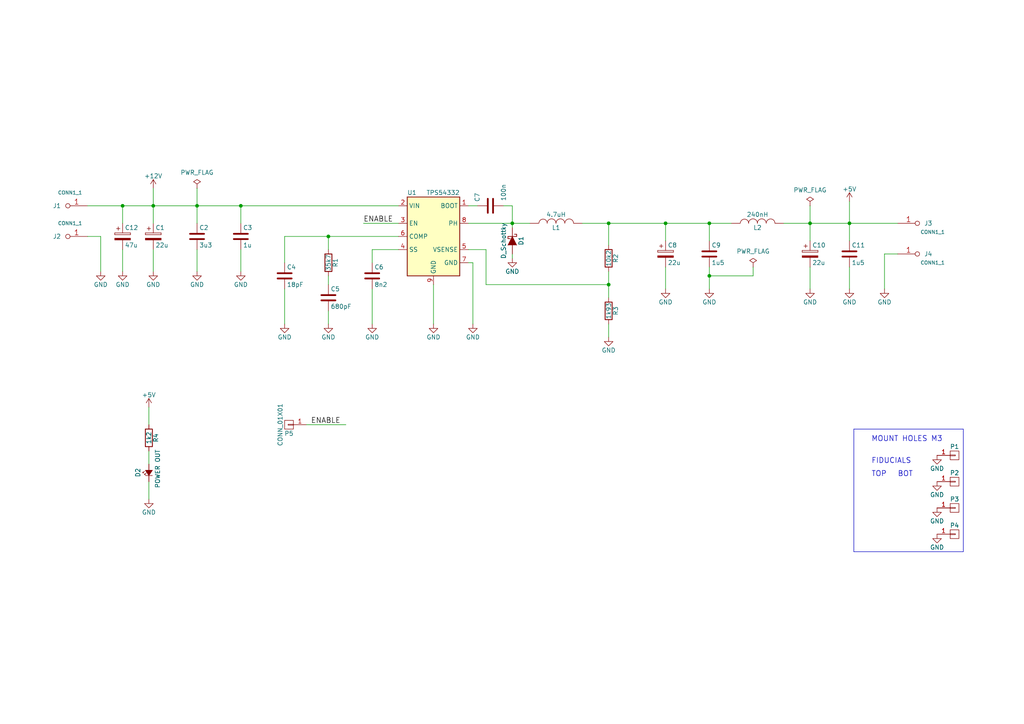
<source format=kicad_sch>
(kicad_sch (version 20200618) (host eeschema "5.99.0-unknown-b48a627~101~ubuntu18.04.1")
  (page 1 1)
  (paper "A4")
  (lib_symbols
    (symbol "STEPDOWN2A-rescue:C" (pin_numbers hide) (pin_names (offset 0.254))
      (property "Reference" "C" (at 0.635 2.54 0))
      (property "Value" "C" (at 0.635 -2.54 0))
      (symbol "C_0_1"
        (polyline (pts (xy -2.032 -0.762) (xy 2.032 -0.762)) (stroke (width 0.508)))
        (polyline (pts (xy -2.032 0.762) (xy 2.032 0.762)) (stroke (width 0.508)))
      )
      (symbol "C_1_1"
        (pin passive line (at 0 3.81 270) (length 2.794) (name "~") (number "1"))
        (pin passive line (at 0 -3.81 90) (length 2.794) (name "~") (number "2"))
      )
    )
    (symbol "STEPDOWN2A-rescue:CONN1_1" (pin_names hide)
      (property "Reference" "J" (at 1.27 1.27 0))
      (property "Value" "CONN1_1" (at 2.54 -1.27 0))
      (symbol "CONN1_1_1_1"
        (pin passive inverted (at -7.62 1.27 0) (length 6.35) (name "P1") (number "1"))
      )
    )
    (symbol "STEPDOWN2A-rescue:CONN_01X01" (pin_names hide)
      (property "Reference" "P" (at 0 2.54 0))
      (property "Value" "CONN_01X01" (at 2.54 0 90))
      (symbol "CONN_01X01_0_1"
        (rectangle (start -1.27 0.127) (end 0.254 -0.127))
        (rectangle (start -1.27 1.27) (end 1.27 -1.27))
      )
      (symbol "CONN_01X01_1_1"
        (pin passive line (at -5.08 0 0) (length 3.81) (name "P1") (number "1"))
      )
    )
    (symbol "STEPDOWN2A-rescue:CP" (pin_numbers hide) (pin_names (offset 0.254))
      (property "Reference" "C" (at 0.635 2.54 0))
      (property "Value" "CP" (at 0.635 -2.54 0))
      (symbol "CP_0_1"
        (rectangle (start -2.286 0.508) (end -2.286 1.016))
        (rectangle (start -2.286 0.508) (end 2.286 0.508))
        (rectangle (start 2.286 1.016) (end -2.286 1.016))
        (rectangle (start 2.286 1.016) (end 2.286 0.508))
        (rectangle (start 2.286 -0.508) (end -2.286 -1.016) (fill (type outline)))
        (polyline (pts (xy -1.778 2.286) (xy -0.762 2.286)))
        (polyline (pts (xy -1.27 2.794) (xy -1.27 1.778)))
      )
      (symbol "CP_1_1"
        (pin passive line (at 0 3.81 270) (length 2.794) (name "~") (number "1"))
        (pin passive line (at 0 -3.81 90) (length 2.794) (name "~") (number "2"))
      )
    )
    (symbol "STEPDOWN2A-rescue:D_Schottky" (pin_numbers hide) (pin_names hide)
      (property "Reference" "D" (at 0 2.54 0))
      (property "Value" "D_Schottky" (at 0 -2.54 0))
      (symbol "D_Schottky_0_1"
        (polyline (pts (xy -1.905 0.635) (xy -1.905 1.27) (xy -1.27 1.27) (xy -1.27 -1.27) (xy -0.635 -1.27) (xy -0.635 -0.635)) (stroke (width 0.2032)))
        (polyline (pts (xy 1.27 1.27) (xy -1.27 0) (xy 1.27 -1.27)) (fill (type outline)))
      )
      (symbol "D_Schottky_1_1"
        (pin passive line (at -3.81 0 0) (length 2.54) (name "K") (number "1"))
        (pin passive line (at 3.81 0 180) (length 2.54) (name "A") (number "2"))
      )
    )
    (symbol "STEPDOWN2A-rescue:INDUCTOR" (pin_numbers hide) (pin_names hide)
      (property "Reference" "L" (at -1.27 0 90))
      (property "Value" "INDUCTOR" (at 2.54 0 90))
      (symbol "INDUCTOR_0_1"
        (arc (start 0.0254 -5.0546) (end 0.0254 -2.54) (radius (at 0 -3.81) (length 1.27) (angles -88.9 88.9)))
        (arc (start 0.0254 -2.5146) (end 0.0254 0.0508) (radius (at 0 -1.2446) (length 1.2954) (angles -88.9 88.9)))
        (arc (start 0.0254 0.0254) (end 0.0254 2.5908) (radius (at 0 1.2954) (length 1.2954) (angles -88.9 88.9)))
        (arc (start 0.0254 2.5654) (end 0.0254 4.9784) (radius (at 0 3.7592) (length 1.2192) (angles -88.9 88.9)))
      )
      (symbol "INDUCTOR_1_1"
        (pin passive line (at 0 7.62 270) (length 2.54) (name "1") (number "1"))
        (pin passive line (at 0 -7.62 90) (length 2.54) (name "2") (number "2"))
      )
    )
    (symbol "STEPDOWN2A-rescue:Led_Small" (pin_numbers hide) (pin_names (offset 0.254) hide)
      (property "Reference" "D" (at -1.27 3.175 0))
      (property "Value" "Led_Small" (at -4.445 -2.54 0))
      (symbol "Led_Small_0_1"
        (polyline (pts (xy -0.762 -1.016) (xy -0.762 1.016)))
        (polyline (pts (xy 0 0.762) (xy -0.508 1.27) (xy -0.254 1.27) (xy -0.508 1.27) (xy -0.508 1.016)))
        (polyline (pts (xy 0.508 1.27) (xy 0 1.778) (xy 0.254 1.778) (xy 0 1.778) (xy 0 1.524)))
        (polyline (pts (xy 0.762 -1.016) (xy -0.762 0) (xy 0.762 1.016) (xy 0.762 -1.016)) (fill (type outline)))
      )
      (symbol "Led_Small_1_1"
        (pin passive line (at -2.54 0 0) (length 1.778) (name "K") (number "1"))
        (pin passive line (at 2.54 0 180) (length 1.778) (name "A") (number "2"))
      )
    )
    (symbol "STEPDOWN2A-rescue:R" (pin_numbers hide) (pin_names (offset 0))
      (property "Reference" "R" (at 2.032 0 90))
      (property "Value" "R" (at 0 0 90))
      (symbol "R_0_1"
        (rectangle (start -1.016 -2.54) (end 1.016 2.54) (stroke (width 0.254)))
      )
      (symbol "R_1_1"
        (pin passive line (at 0 3.81 270) (length 1.27) (name "~") (number "1"))
        (pin passive line (at 0 -3.81 90) (length 1.27) (name "~") (number "2"))
      )
    )
    (symbol "STEPDOWN2A-rescue:TPS54332"
      (property "Reference" "U" (at -7.62 11.43 0))
      (property "Value" "TPS54332" (at 7.62 11.43 0))
      (symbol "TPS54332_0_1"
        (rectangle (start -7.62 10.16) (end 7.62 -12.7) (stroke (width 0.254)) (fill (type background)))
      )
      (symbol "TPS54332_1_1"
        (pin power_out line (at 10.16 7.62 180) (length 2.54) (name "BOOT") (number "1"))
        (pin power_in line (at -10.16 7.62 0) (length 2.54) (name "VIN") (number "2"))
        (pin input line (at -10.16 2.54 0) (length 2.54) (name "EN") (number "3"))
        (pin input line (at -10.16 -5.08 0) (length 2.54) (name "SS") (number "4"))
        (pin input line (at 10.16 -5.08 180) (length 2.54) (name "VSENSE") (number "5"))
        (pin input line (at -10.16 -1.27 0) (length 2.54) (name "COMP") (number "6"))
        (pin power_in line (at 10.16 -8.89 180) (length 2.54) (name "GND") (number "7"))
        (pin input line (at 10.16 2.54 180) (length 2.54) (name "PH") (number "8"))
        (pin power_in line (at 0 -15.24 90) (length 2.54) (name "GND") (number "9"))
      )
    )
    (symbol "power:+12V" (power) (pin_names (offset 0))
      (property "Value" "+12V" (at 0 3.556 0))
      (symbol "+12V_0_1"
        (polyline (pts (xy -0.762 1.27) (xy 0 2.54)))
        (polyline (pts (xy 0 0) (xy 0 2.54)))
        (polyline (pts (xy 0 2.54) (xy 0.762 1.27)))
      )
      (symbol "+12V_1_1"
        (pin power_in line (at 0 0 90) (length 0) hide (name "+12V") (number "1"))
      )
    )
    (symbol "power:+5V" (power) (pin_names (offset 0))
      (property "Value" "+5V" (at 0 3.556 0))
      (symbol "+5V_0_1"
        (polyline (pts (xy -0.762 1.27) (xy 0 2.54)))
        (polyline (pts (xy 0 0) (xy 0 2.54)))
        (polyline (pts (xy 0 2.54) (xy 0.762 1.27)))
      )
      (symbol "+5V_1_1"
        (pin power_in line (at 0 0 90) (length 0) hide (name "+5V") (number "1"))
      )
    )
    (symbol "power:GND" (power) (pin_names (offset 0))
      (property "Value" "GND" (at 0 -3.81 0))
      (symbol "GND_0_1"
        (polyline (pts (xy 0 0) (xy 0 -1.27) (xy 1.27 -1.27) (xy 0 -2.54) (xy -1.27 -1.27) (xy 0 -1.27)))
      )
      (symbol "GND_1_1"
        (pin power_in line (at 0 0 270) (length 0) hide (name "GND") (number "1"))
      )
    )
    (symbol "power:PWR_FLAG" (power) (pin_numbers hide) (pin_names (offset 0) hide)
      (property "Value" "PWR_FLAG" (at 0 3.81 0))
      (symbol "PWR_FLAG_0_1"
        (polyline (pts (xy 0 0) (xy 0 1.27) (xy -1.016 1.905) (xy 0 2.54) (xy 1.016 1.905) (xy 0 1.27)))
      )
      (symbol "PWR_FLAG_0_0"
        (pin power_out line (at 0 0 90) (length 0) (name "pwr") (number "1"))
      )
    )
  )
  (junction (at 35.56 59.69))
  (junction (at 44.45 59.69))
  (junction (at 57.15 59.69))
  (junction (at 69.85 59.69))
  (junction (at 95.25 68.58))
  (junction (at 148.59 64.77))
  (junction (at 176.53 64.77))
  (junction (at 176.53 82.55))
  (junction (at 193.04 64.77))
  (junction (at 205.74 64.77))
  (junction (at 205.74 80.01))
  (junction (at 234.95 64.77))
  (junction (at 246.38 64.77))
  (wire (pts (xy 25.4 59.69) (xy 35.56 59.69)))
  (wire (pts (xy 25.4 68.58) (xy 29.21 68.58)))
  (wire (pts (xy 29.21 68.58) (xy 29.21 78.74)))
  (wire (pts (xy 35.56 59.69) (xy 44.45 59.69)))
  (wire (pts (xy 35.56 64.77) (xy 35.56 59.69)))
  (wire (pts (xy 35.56 72.39) (xy 35.56 78.74)))
  (wire (pts (xy 43.18 123.19) (xy 43.18 118.11)))
  (wire (pts (xy 43.18 134.62) (xy 43.18 130.81)))
  (wire (pts (xy 43.18 144.78) (xy 43.18 139.7)))
  (wire (pts (xy 44.45 54.61) (xy 44.45 59.69)))
  (wire (pts (xy 44.45 59.69) (xy 44.45 64.77)))
  (wire (pts (xy 44.45 59.69) (xy 57.15 59.69)))
  (wire (pts (xy 44.45 78.74) (xy 44.45 72.39)))
  (wire (pts (xy 57.15 54.61) (xy 57.15 59.69)))
  (wire (pts (xy 57.15 59.69) (xy 57.15 64.77)))
  (wire (pts (xy 57.15 59.69) (xy 69.85 59.69)))
  (wire (pts (xy 57.15 78.74) (xy 57.15 72.39)))
  (wire (pts (xy 69.85 59.69) (xy 115.57 59.69)))
  (wire (pts (xy 69.85 64.77) (xy 69.85 59.69)))
  (wire (pts (xy 69.85 78.74) (xy 69.85 72.39)))
  (wire (pts (xy 82.55 68.58) (xy 95.25 68.58)))
  (wire (pts (xy 82.55 76.2) (xy 82.55 68.58)))
  (wire (pts (xy 82.55 93.98) (xy 82.55 83.82)))
  (wire (pts (xy 88.9 123.19) (xy 100.33 123.19)))
  (wire (pts (xy 95.25 68.58) (xy 95.25 72.39)))
  (wire (pts (xy 95.25 68.58) (xy 115.57 68.58)))
  (wire (pts (xy 95.25 80.01) (xy 95.25 82.55)))
  (wire (pts (xy 95.25 90.17) (xy 95.25 93.98)))
  (wire (pts (xy 107.95 72.39) (xy 115.57 72.39)))
  (wire (pts (xy 107.95 76.2) (xy 107.95 72.39)))
  (wire (pts (xy 107.95 83.82) (xy 107.95 93.98)))
  (wire (pts (xy 115.57 64.77) (xy 105.41 64.77)))
  (wire (pts (xy 125.73 82.55) (xy 125.73 93.98)))
  (wire (pts (xy 135.89 59.69) (xy 138.43 59.69)))
  (wire (pts (xy 135.89 64.77) (xy 148.59 64.77)))
  (wire (pts (xy 135.89 72.39) (xy 140.97 72.39)))
  (wire (pts (xy 135.89 76.2) (xy 137.16 76.2)))
  (wire (pts (xy 137.16 76.2) (xy 137.16 93.98)))
  (wire (pts (xy 140.97 72.39) (xy 140.97 82.55)))
  (wire (pts (xy 140.97 82.55) (xy 176.53 82.55)))
  (wire (pts (xy 146.05 59.69) (xy 148.59 59.69)))
  (wire (pts (xy 148.59 59.69) (xy 148.59 64.77)))
  (wire (pts (xy 148.59 64.77) (xy 148.59 66.04)))
  (wire (pts (xy 148.59 64.77) (xy 153.67 64.77)))
  (wire (pts (xy 148.59 73.66) (xy 148.59 74.93)))
  (wire (pts (xy 168.91 64.77) (xy 176.53 64.77)))
  (wire (pts (xy 176.53 64.77) (xy 176.53 71.12)))
  (wire (pts (xy 176.53 64.77) (xy 193.04 64.77)))
  (wire (pts (xy 176.53 78.74) (xy 176.53 82.55)))
  (wire (pts (xy 176.53 82.55) (xy 176.53 86.36)))
  (wire (pts (xy 176.53 93.98) (xy 176.53 97.79)))
  (wire (pts (xy 193.04 64.77) (xy 193.04 69.85)))
  (wire (pts (xy 193.04 64.77) (xy 205.74 64.77)))
  (wire (pts (xy 193.04 77.47) (xy 193.04 83.82)))
  (wire (pts (xy 205.74 64.77) (xy 205.74 69.85)))
  (wire (pts (xy 205.74 64.77) (xy 212.09 64.77)))
  (wire (pts (xy 205.74 80.01) (xy 205.74 77.47)))
  (wire (pts (xy 205.74 83.82) (xy 205.74 80.01)))
  (wire (pts (xy 218.44 77.47) (xy 218.44 80.01)))
  (wire (pts (xy 218.44 80.01) (xy 205.74 80.01)))
  (wire (pts (xy 227.33 64.77) (xy 234.95 64.77)))
  (wire (pts (xy 234.95 59.69) (xy 234.95 64.77)))
  (wire (pts (xy 234.95 64.77) (xy 234.95 69.85)))
  (wire (pts (xy 234.95 64.77) (xy 246.38 64.77)))
  (wire (pts (xy 234.95 83.82) (xy 234.95 77.47)))
  (wire (pts (xy 246.38 58.42) (xy 246.38 64.77)))
  (wire (pts (xy 246.38 64.77) (xy 246.38 69.85)))
  (wire (pts (xy 246.38 64.77) (xy 260.35 64.77)))
  (wire (pts (xy 246.38 83.82) (xy 246.38 77.47)))
  (wire (pts (xy 256.54 73.66) (xy 256.54 83.82)))
  (wire (pts (xy 260.35 73.66) (xy 256.54 73.66)))
  (polyline (pts (xy 247.65 124.46) (xy 279.4 124.46)) (stroke (width 0) (type solid)))
  (polyline (pts (xy 247.65 160.02) (xy 247.65 124.46)) (stroke (width 0) (type solid)))
  (polyline (pts (xy 279.4 124.46) (xy 279.4 160.02)) (stroke (width 0) (type solid)))
  (polyline (pts (xy 279.4 160.02) (xy 247.65 160.02)) (stroke (width 0) (type solid)))
  (text "MOUNT HOLES M3\n" (at 252.73 128.27 0) (effects (font (size 1.524 1.524)) (justify left bottom)))
  (text "FIDUCIALS\n" (at 252.73 134.62 0) (effects (font (size 1.524 1.524)) (justify left bottom)))
  (text "TOP" (at 252.73 138.43 0) (effects (font (size 1.524 1.524)) (justify left bottom)))
  (text "BOT\n" (at 260.35 138.43 0) (effects (font (size 1.524 1.524)) (justify left bottom)))
  (label "ENABLE" (at 90.17 123.19 0) (effects (font (size 1.524 1.524))))
  (label "ENABLE" (at 105.41 64.77 0) (effects (font (size 1.524 1.524))))
  (symbol (lib_id "power:PWR_FLAG") (at 57.15 54.61 0) (unit 1)
    (property "Reference" "#FLG024" (effects hide))
    (property "Value" "PWR_FLAG" (at 57.15 50.038 0))
  )
  (symbol (lib_id "power:PWR_FLAG") (at 218.44 77.47 0) (unit 1)
    (property "Reference" "#FLG027" (effects hide))
    (property "Value" "PWR_FLAG" (at 218.44 72.898 0))
  )
  (symbol (lib_id "power:PWR_FLAG") (at 234.95 59.69 0) (unit 1)
    (property "Reference" "#FLG023" (effects hide))
    (property "Value" "PWR_FLAG" (at 234.95 55.118 0))
  )
  (symbol (lib_id "power:+5V") (at 43.18 118.11 0) (unit 1)
    (property "Reference" "#PWR025" (effects hide))
    (property "Value" "+5V" (at 43.18 114.554 0))
  )
  (symbol (lib_id "power:+12V") (at 44.45 54.61 0) (unit 1)
    (property "Reference" "#PWR021" (effects hide))
    (property "Value" "+12V" (at 44.45 51.054 0))
  )
  (symbol (lib_id "power:+5V") (at 246.38 58.42 0) (unit 1)
    (property "Reference" "#PWR022" (effects hide))
    (property "Value" "+5V" (at 246.38 54.864 0))
  )
  (symbol (lib_id "power:GND") (at 29.21 78.74 0) (unit 1)
    (property "Reference" "#PWR020" (effects hide))
    (property "Value" "GND" (at 29.21 82.55 0))
  )
  (symbol (lib_id "power:GND") (at 35.56 78.74 0) (unit 1)
    (property "Reference" "#PWR028" (effects hide))
    (property "Value" "GND" (at 35.56 82.55 0))
  )
  (symbol (lib_id "power:GND") (at 43.18 144.78 0) (unit 1)
    (property "Reference" "#PWR026" (effects hide))
    (property "Value" "GND" (at 43.18 148.59 0))
  )
  (symbol (lib_id "power:GND") (at 44.45 78.74 0) (unit 1)
    (property "Reference" "#PWR013" (effects hide))
    (property "Value" "GND" (at 44.45 82.55 0))
  )
  (symbol (lib_id "power:GND") (at 57.15 78.74 0) (unit 1)
    (property "Reference" "#PWR012" (effects hide))
    (property "Value" "GND" (at 57.15 82.55 0))
  )
  (symbol (lib_id "power:GND") (at 69.85 78.74 0) (unit 1)
    (property "Reference" "#PWR018" (effects hide))
    (property "Value" "GND" (at 69.85 82.55 0))
  )
  (symbol (lib_id "power:GND") (at 82.55 93.98 0) (unit 1)
    (property "Reference" "#PWR011" (effects hide))
    (property "Value" "GND" (at 82.55 97.79 0))
  )
  (symbol (lib_id "power:GND") (at 95.25 93.98 0) (unit 1)
    (property "Reference" "#PWR010" (effects hide))
    (property "Value" "GND" (at 95.25 97.79 0))
  )
  (symbol (lib_id "power:GND") (at 107.95 93.98 0) (unit 1)
    (property "Reference" "#PWR08" (effects hide))
    (property "Value" "GND" (at 107.95 97.79 0))
  )
  (symbol (lib_id "power:GND") (at 125.73 93.98 0) (unit 1)
    (property "Reference" "#PWR09" (effects hide))
    (property "Value" "GND" (at 125.73 97.79 0))
  )
  (symbol (lib_id "power:GND") (at 137.16 93.98 0) (unit 1)
    (property "Reference" "#PWR07" (effects hide))
    (property "Value" "GND" (at 137.16 97.79 0))
  )
  (symbol (lib_id "power:GND") (at 148.59 74.93 0) (unit 1)
    (property "Reference" "#PWR05" (effects hide))
    (property "Value" "GND" (at 148.59 78.74 0))
  )
  (symbol (lib_id "power:GND") (at 176.53 97.79 0) (unit 1)
    (property "Reference" "#PWR06" (effects hide))
    (property "Value" "GND" (at 176.53 101.6 0))
  )
  (symbol (lib_id "power:GND") (at 193.04 83.82 0) (unit 1)
    (property "Reference" "#PWR014" (effects hide))
    (property "Value" "GND" (at 193.04 87.63 0))
  )
  (symbol (lib_id "power:GND") (at 205.74 83.82 0) (unit 1)
    (property "Reference" "#PWR015" (effects hide))
    (property "Value" "GND" (at 205.74 87.63 0))
  )
  (symbol (lib_id "power:GND") (at 234.95 83.82 0) (unit 1)
    (property "Reference" "#PWR016" (effects hide))
    (property "Value" "GND" (at 234.95 87.63 0))
  )
  (symbol (lib_id "power:GND") (at 246.38 83.82 0) (unit 1)
    (property "Reference" "#PWR017" (effects hide))
    (property "Value" "GND" (at 246.38 87.63 0))
  )
  (symbol (lib_id "power:GND") (at 256.54 83.82 0) (unit 1)
    (property "Reference" "#PWR019" (effects hide))
    (property "Value" "GND" (at 256.54 87.63 0))
  )
  (symbol (lib_id "power:GND") (at 271.78 132.08 0) (unit 1)
    (property "Reference" "#PWR01" (effects hide))
    (property "Value" "GND" (at 271.78 135.89 0))
  )
  (symbol (lib_id "power:GND") (at 271.78 139.7 0) (unit 1)
    (property "Reference" "#PWR02" (effects hide))
    (property "Value" "GND" (at 271.78 143.51 0))
  )
  (symbol (lib_id "power:GND") (at 271.78 147.32 0) (unit 1)
    (property "Reference" "#PWR03" (effects hide))
    (property "Value" "GND" (at 271.78 151.13 0))
  )
  (symbol (lib_id "power:GND") (at 271.78 154.94 0) (unit 1)
    (property "Reference" "#PWR04" (effects hide))
    (property "Value" "GND" (at 271.78 158.75 0))
  )
  (symbol (lib_id "STEPDOWN2A-rescue:Led_Small") (at 43.18 137.16 90) (unit 1)
    (property "Reference" "D2" (at 40.005 138.43 0) (effects (justify left)))
    (property "Value" "POWER OUT" (at 45.72 141.605 0) (effects (justify left)))
    (property "Footprint" "LEDs:LED_0805" (effects hide))
  )
  (symbol (lib_id "STEPDOWN2A-rescue:CONN1_1") (at 17.78 58.42 180) (unit 1)
    (property "Reference" "J1" (at 16.51 59.69 0))
    (property "Value" "CONN1_1" (at 20.32 55.88 0) (effects (font (size 1.016 1.016))))
    (property "Footprint" "Connect:WAGO256" (effects hide))
  )
  (symbol (lib_id "STEPDOWN2A-rescue:CONN1_1") (at 17.78 67.31 180) (unit 1)
    (property "Reference" "J2" (at 16.51 68.58 0))
    (property "Value" "CONN1_1" (at 20.32 64.77 0) (effects (font (size 1.016 1.016))))
    (property "Footprint" "Connect:WAGO256" (effects hide))
  )
  (symbol (lib_id "STEPDOWN2A-rescue:CONN1_1") (at 267.97 66.04 0) (unit 1)
    (property "Reference" "J3" (at 269.24 64.77 0))
    (property "Value" "CONN1_1" (at 270.51 67.31 0) (effects (font (size 1.016 1.016))))
    (property "Footprint" "Connect:WAGO256" (effects hide))
  )
  (symbol (lib_id "STEPDOWN2A-rescue:CONN1_1") (at 267.97 74.93 0) (unit 1)
    (property "Reference" "J4" (at 269.24 73.66 0))
    (property "Value" "CONN1_1" (at 270.51 76.2 0) (effects (font (size 1.016 1.016))))
    (property "Footprint" "Connect:WAGO256" (effects hide))
  )
  (symbol (lib_id "STEPDOWN2A-rescue:CONN_01X01") (at 83.82 123.19 180) (unit 1)
    (property "Reference" "P5" (at 83.82 125.73 0))
    (property "Value" "CONN_01X01" (at 81.28 123.19 90))
    (property "Footprint" "Pin_Headers:Pin_Header_Straight_1x01" (effects hide))
  )
  (symbol (lib_id "STEPDOWN2A-rescue:CONN_01X01") (at 276.86 132.08 0) (unit 1)
    (property "Reference" "P1" (at 276.86 129.54 0))
    (property "Value" "_NC" (effects hide))
    (property "Footprint" "Mounting_Holes:MountingHole_3.2mm_M3_DIN965_Pad" (effects hide))
  )
  (symbol (lib_id "STEPDOWN2A-rescue:CONN_01X01") (at 276.86 139.7 0) (unit 1)
    (property "Reference" "P2" (at 276.86 137.16 0))
    (property "Value" "_NC" (effects hide))
    (property "Footprint" "Mounting_Holes:MountingHole_3.2mm_M3_DIN965_Pad" (effects hide))
  )
  (symbol (lib_id "STEPDOWN2A-rescue:CONN_01X01") (at 276.86 147.32 0) (unit 1)
    (property "Reference" "P3" (at 276.86 144.78 0))
    (property "Value" "_NC" (effects hide))
    (property "Footprint" "Mounting_Holes:MountingHole_3.2mm_M3_DIN965_Pad" (effects hide))
  )
  (symbol (lib_id "STEPDOWN2A-rescue:CONN_01X01") (at 276.86 154.94 0) (unit 1)
    (property "Reference" "P4" (at 276.86 152.4 0))
    (property "Value" "_NC" (effects hide))
    (property "Footprint" "Mounting_Holes:MountingHole_3.2mm_M3_DIN965_Pad" (effects hide))
  )
  (symbol (lib_id "STEPDOWN2A-rescue:R") (at 43.18 127 0) (unit 1)
    (property "Reference" "R4" (at 45.212 127 90))
    (property "Value" "1k2" (at 43.18 127 90))
    (property "Footprint" "Resistors_SMD:R_0805" (effects hide))
  )
  (symbol (lib_id "STEPDOWN2A-rescue:R") (at 95.25 76.2 0) (unit 1)
    (property "Reference" "R1" (at 97.282 76.2 90))
    (property "Value" "35k7" (at 95.25 76.2 90))
    (property "Footprint" "Resistors_SMD:R_0805" (effects hide))
  )
  (symbol (lib_id "STEPDOWN2A-rescue:R") (at 176.53 74.93 0) (unit 1)
    (property "Reference" "R2" (at 178.562 74.93 90))
    (property "Value" "10k2" (at 176.53 74.93 90))
    (property "Footprint" "Resistors_SMD:R_0805" (effects hide))
  )
  (symbol (lib_id "STEPDOWN2A-rescue:R") (at 176.53 90.17 0) (unit 1)
    (property "Reference" "R3" (at 178.562 90.17 90))
    (property "Value" "1k93" (at 176.53 90.17 90))
    (property "Footprint" "Resistors_SMD:R_0805" (effects hide))
  )
  (symbol (lib_id "STEPDOWN2A-rescue:D_Schottky") (at 148.59 69.85 270) (unit 1)
    (property "Reference" "D1" (at 151.13 69.85 0))
    (property "Value" "D_Schottky" (at 146.05 69.85 0))
    (property "Footprint" "Diodes_SMD:DO-214AB" (effects hide))
  )
  (symbol (lib_id "STEPDOWN2A-rescue:INDUCTOR") (at 161.29 64.77 90) (unit 1)
    (property "Reference" "L1" (at 161.29 66.04 90))
    (property "Value" "4.7uH" (at 161.29 62.23 90))
    (property "Footprint" "Inductors_NEOSID:Inductor_XAL4030-472MEB" (effects hide))
  )
  (symbol (lib_id "STEPDOWN2A-rescue:INDUCTOR") (at 219.71 64.77 90) (unit 1)
    (property "Reference" "L2" (at 219.71 66.04 90))
    (property "Value" "240nH" (at 219.71 62.23 90))
    (property "Footprint" "Resistors_SMD:R_0805" (effects hide))
  )
  (symbol (lib_id "STEPDOWN2A-rescue:CP") (at 35.56 68.58 0) (unit 1)
    (property "Reference" "C12" (at 36.195 66.04 0) (effects (justify left)))
    (property "Value" "47u" (at 36.195 71.12 0) (effects (justify left)))
    (property "Footprint" "Capacitors_ThroughHole:C_Radial_D6.3_L11.2_P2.5" (effects hide))
  )
  (symbol (lib_id "STEPDOWN2A-rescue:CP") (at 44.45 68.58 0) (unit 1)
    (property "Reference" "C1" (at 45.085 66.04 0) (effects (justify left)))
    (property "Value" "22u" (at 45.085 71.12 0) (effects (justify left)))
    (property "Footprint" "Capacitors_Tantalum_SMD:TantalC_SizeD_EIA-7343_Reflow" (effects hide))
  )
  (symbol (lib_id "STEPDOWN2A-rescue:C") (at 57.15 68.58 0) (unit 1)
    (property "Reference" "C2" (at 57.785 66.04 0) (effects (justify left)))
    (property "Value" "3u3" (at 57.785 71.12 0) (effects (justify left)))
    (property "Footprint" "Capacitors_SMD:C_0805" (effects hide))
  )
  (symbol (lib_id "STEPDOWN2A-rescue:C") (at 69.85 68.58 0) (unit 1)
    (property "Reference" "C3" (at 70.485 66.04 0) (effects (justify left)))
    (property "Value" "1u" (at 70.485 71.12 0) (effects (justify left)))
    (property "Footprint" "Capacitors_SMD:C_0805" (effects hide))
  )
  (symbol (lib_id "STEPDOWN2A-rescue:C") (at 82.55 80.01 0) (unit 1)
    (property "Reference" "C4" (at 83.185 77.47 0) (effects (justify left)))
    (property "Value" "18pF" (at 83.185 82.55 0) (effects (justify left)))
    (property "Footprint" "Capacitors_SMD:C_0805" (effects hide))
  )
  (symbol (lib_id "STEPDOWN2A-rescue:C") (at 95.25 86.36 0) (unit 1)
    (property "Reference" "C5" (at 95.885 83.82 0) (effects (justify left)))
    (property "Value" "680pF" (at 95.885 88.9 0) (effects (justify left)))
    (property "Footprint" "Capacitors_SMD:C_0805" (effects hide))
  )
  (symbol (lib_id "STEPDOWN2A-rescue:C") (at 107.95 80.01 0) (unit 1)
    (property "Reference" "C6" (at 108.585 77.47 0) (effects (justify left)))
    (property "Value" "8n2" (at 108.585 82.55 0) (effects (justify left)))
    (property "Footprint" "Capacitors_SMD:C_0805" (effects hide))
  )
  (symbol (lib_id "STEPDOWN2A-rescue:C") (at 142.24 59.69 270) (unit 1)
    (property "Reference" "C7" (at 138.43 55.88 0) (effects (justify left)))
    (property "Value" "100n" (at 146.05 53.34 0) (effects (justify left)))
    (property "Footprint" "Capacitors_SMD:C_0805" (effects hide))
  )
  (symbol (lib_id "STEPDOWN2A-rescue:CP") (at 193.04 73.66 0) (unit 1)
    (property "Reference" "C8" (at 193.675 71.12 0) (effects (justify left)))
    (property "Value" "22u" (at 193.675 76.2 0) (effects (justify left)))
    (property "Footprint" "Capacitors_Tantalum_SMD:TantalC_SizeC_EIA-6032_Reflow" (effects hide))
  )
  (symbol (lib_id "STEPDOWN2A-rescue:C") (at 205.74 73.66 0) (unit 1)
    (property "Reference" "C9" (at 206.375 71.12 0) (effects (justify left)))
    (property "Value" "1u5" (at 206.375 76.2 0) (effects (justify left)))
    (property "Footprint" "Capacitors_SMD:C_1206" (effects hide))
  )
  (symbol (lib_id "STEPDOWN2A-rescue:CP") (at 234.95 73.66 0) (unit 1)
    (property "Reference" "C10" (at 235.585 71.12 0) (effects (justify left)))
    (property "Value" "22u" (at 235.585 76.2 0) (effects (justify left)))
    (property "Footprint" "Capacitors_Tantalum_SMD:TantalC_SizeB_EIA-3528_Reflow" (effects hide))
  )
  (symbol (lib_id "STEPDOWN2A-rescue:C") (at 246.38 73.66 0) (unit 1)
    (property "Reference" "C11" (at 247.015 71.12 0) (effects (justify left)))
    (property "Value" "1u5" (at 247.015 76.2 0) (effects (justify left)))
    (property "Footprint" "Capacitors_SMD:C_1206" (effects hide))
  )
  (symbol (lib_id "STEPDOWN2A-rescue:TPS54332") (at 125.73 67.31 0) (unit 1)
    (property "Reference" "U1" (at 118.11 55.88 0) (effects (justify left)))
    (property "Value" "TPS54332" (at 133.35 55.88 0) (effects (justify right)))
    (property "Footprint" "Housings_SOIC:8-PowerSOIC_Pitch1.27mm" (effects hide))
  )
)
</source>
